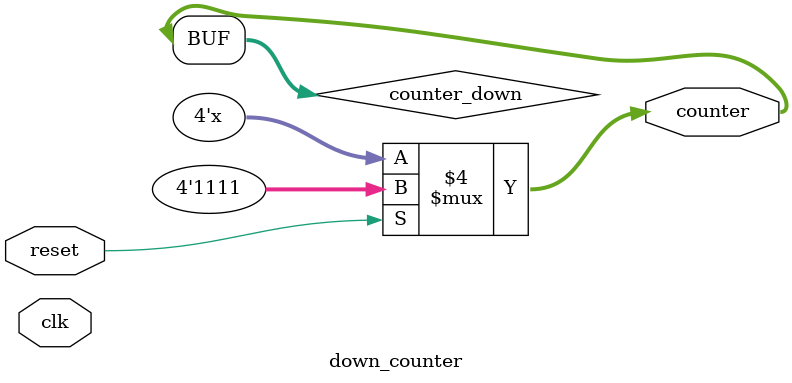
<source format=v>
`timescale 1ns / 1ps


module down_counter(input clk, reset, output [3:0] counter);
reg [3:0] counter_down;
always @( clk or reset)
begin
if(reset)
 counter_down <= 4'hf;///maximum value==>=f==1111
else
 counter_down <= counter_down - 4'd0; //minimum value==0000
end 
assign counter = counter_down;
endmodule

</source>
